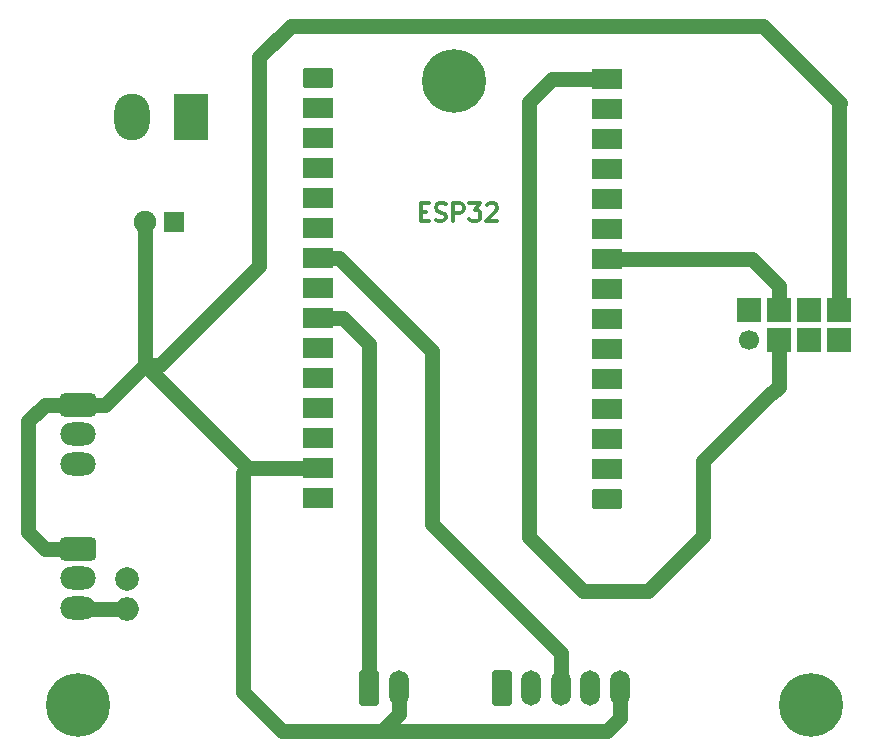
<source format=gbr>
%TF.GenerationSoftware,KiCad,Pcbnew,6.0.11+dfsg-1*%
%TF.CreationDate,2023-03-16T15:35:16-05:00*%
%TF.ProjectId,water_tank_module,77617465-725f-4746-916e-6b5f6d6f6475,rev?*%
%TF.SameCoordinates,Original*%
%TF.FileFunction,Copper,L2,Bot*%
%TF.FilePolarity,Positive*%
%FSLAX46Y46*%
G04 Gerber Fmt 4.6, Leading zero omitted, Abs format (unit mm)*
G04 Created by KiCad (PCBNEW 6.0.11+dfsg-1) date 2023-03-16 15:35:16*
%MOMM*%
%LPD*%
G01*
G04 APERTURE LIST*
G04 Aperture macros list*
%AMRoundRect*
0 Rectangle with rounded corners*
0 $1 Rounding radius*
0 $2 $3 $4 $5 $6 $7 $8 $9 X,Y pos of 4 corners*
0 Add a 4 corners polygon primitive as box body*
4,1,4,$2,$3,$4,$5,$6,$7,$8,$9,$2,$3,0*
0 Add four circle primitives for the rounded corners*
1,1,$1+$1,$2,$3*
1,1,$1+$1,$4,$5*
1,1,$1+$1,$6,$7*
1,1,$1+$1,$8,$9*
0 Add four rect primitives between the rounded corners*
20,1,$1+$1,$2,$3,$4,$5,0*
20,1,$1+$1,$4,$5,$6,$7,0*
20,1,$1+$1,$6,$7,$8,$9,0*
20,1,$1+$1,$8,$9,$2,$3,0*%
G04 Aperture macros list end*
%ADD10C,0.300000*%
%TA.AperFunction,NonConductor*%
%ADD11C,0.300000*%
%TD*%
%TA.AperFunction,ComponentPad*%
%ADD12RoundRect,0.250000X-0.600000X-1.250000X0.600000X-1.250000X0.600000X1.250000X-0.600000X1.250000X0*%
%TD*%
%TA.AperFunction,ComponentPad*%
%ADD13O,1.700000X3.000000*%
%TD*%
%TA.AperFunction,ComponentPad*%
%ADD14C,5.400000*%
%TD*%
%TA.AperFunction,ComponentPad*%
%ADD15RoundRect,0.286765X-1.213235X0.688235X-1.213235X-0.688235X1.213235X-0.688235X1.213235X0.688235X0*%
%TD*%
%TA.AperFunction,ComponentPad*%
%ADD16O,3.000000X1.950000*%
%TD*%
%TA.AperFunction,ComponentPad*%
%ADD17R,2.000000X2.000000*%
%TD*%
%TA.AperFunction,ComponentPad*%
%ADD18C,1.700000*%
%TD*%
%TA.AperFunction,ComponentPad*%
%ADD19R,1.800000X1.800000*%
%TD*%
%TA.AperFunction,ComponentPad*%
%ADD20C,1.900000*%
%TD*%
%TA.AperFunction,ComponentPad*%
%ADD21RoundRect,0.250000X-1.020000X0.620000X-1.020000X-0.620000X1.020000X-0.620000X1.020000X0.620000X0*%
%TD*%
%TA.AperFunction,ComponentPad*%
%ADD22R,2.540000X1.740000*%
%TD*%
%TA.AperFunction,ComponentPad*%
%ADD23R,3.000000X3.960000*%
%TD*%
%TA.AperFunction,ComponentPad*%
%ADD24O,3.000000X3.960000*%
%TD*%
%TA.AperFunction,ComponentPad*%
%ADD25C,2.000000*%
%TD*%
%TA.AperFunction,ComponentPad*%
%ADD26O,2.000000X2.000000*%
%TD*%
%TA.AperFunction,ComponentPad*%
%ADD27RoundRect,0.250000X1.020000X-0.620000X1.020000X0.620000X-1.020000X0.620000X-1.020000X-0.620000X0*%
%TD*%
%TA.AperFunction,Conductor*%
%ADD28C,1.250000*%
%TD*%
G04 APERTURE END LIST*
D10*
D11*
X93915714Y-38627857D02*
X94415714Y-38627857D01*
X94630000Y-39413571D02*
X93915714Y-39413571D01*
X93915714Y-37913571D01*
X94630000Y-37913571D01*
X95201428Y-39342142D02*
X95415714Y-39413571D01*
X95772857Y-39413571D01*
X95915714Y-39342142D01*
X95987142Y-39270714D01*
X96058571Y-39127857D01*
X96058571Y-38985000D01*
X95987142Y-38842142D01*
X95915714Y-38770714D01*
X95772857Y-38699285D01*
X95487142Y-38627857D01*
X95344285Y-38556428D01*
X95272857Y-38485000D01*
X95201428Y-38342142D01*
X95201428Y-38199285D01*
X95272857Y-38056428D01*
X95344285Y-37985000D01*
X95487142Y-37913571D01*
X95844285Y-37913571D01*
X96058571Y-37985000D01*
X96701428Y-39413571D02*
X96701428Y-37913571D01*
X97272857Y-37913571D01*
X97415714Y-37985000D01*
X97487142Y-38056428D01*
X97558571Y-38199285D01*
X97558571Y-38413571D01*
X97487142Y-38556428D01*
X97415714Y-38627857D01*
X97272857Y-38699285D01*
X96701428Y-38699285D01*
X98058571Y-37913571D02*
X98987142Y-37913571D01*
X98487142Y-38485000D01*
X98701428Y-38485000D01*
X98844285Y-38556428D01*
X98915714Y-38627857D01*
X98987142Y-38770714D01*
X98987142Y-39127857D01*
X98915714Y-39270714D01*
X98844285Y-39342142D01*
X98701428Y-39413571D01*
X98272857Y-39413571D01*
X98130000Y-39342142D01*
X98058571Y-39270714D01*
X99558571Y-38056428D02*
X99630000Y-37985000D01*
X99772857Y-37913571D01*
X100130000Y-37913571D01*
X100272857Y-37985000D01*
X100344285Y-38056428D01*
X100415714Y-38199285D01*
X100415714Y-38342142D01*
X100344285Y-38556428D01*
X99487142Y-39413571D01*
X100415714Y-39413571D01*
D12*
%TO.P,J1,1,Pin_1*%
%TO.N,D25*%
X100791000Y-78913000D03*
D13*
%TO.P,J1,2,Pin_2*%
%TO.N,D32*%
X103291000Y-78913000D03*
%TO.P,J1,3,Pin_3*%
%TO.N,D33*%
X105791000Y-78913000D03*
%TO.P,J1,4,Pin_4*%
%TO.N,D34*%
X108291000Y-78913000D03*
%TO.P,J1,5,Pin_5*%
%TO.N,GND5V*%
X110791000Y-78913000D03*
%TD*%
D12*
%TO.P,J2,1,Pin_1*%
%TO.N,D26*%
X89555000Y-78948000D03*
D13*
%TO.P,J2,2,Pin_2*%
%TO.N,GND5V*%
X92055000Y-78948000D03*
%TD*%
D14*
%TO.P,H2,1*%
%TO.N,N/C*%
X64897000Y-80391000D03*
%TD*%
D15*
%TO.P,J_EC1,1,Pin_1*%
%TO.N,GND5V*%
X64888000Y-54949750D03*
D16*
%TO.P,J_EC1,2,Pin_2*%
%TO.N,5v*%
X64888000Y-57449750D03*
%TO.P,J_EC1,3,Pin_3*%
%TO.N,D34*%
X64888000Y-59949750D03*
%TD*%
D17*
%TO.P,U4,1,GND*%
%TO.N,GND5V*%
X129323000Y-46944000D03*
%TO.P,U4,2,VCC*%
%TO.N,5v*%
X129323000Y-49484000D03*
%TO.P,U4,3,CE*%
%TO.N,D4*%
X126783000Y-46944000D03*
%TO.P,U4,4,~{CSN}*%
%TO.N,D5*%
X126783000Y-49484000D03*
%TO.P,U4,5,SCK*%
%TO.N,D18*%
X124243000Y-46944000D03*
%TO.P,U4,6,MOSI*%
%TO.N,D23*%
X124243000Y-49484000D03*
%TO.P,U4,7,MISO*%
%TO.N,D19*%
X121703000Y-46944000D03*
D18*
%TO.P,U4,8,IRQ*%
%TO.N,unconnected-(U4-Pad8)*%
X121703000Y-49484000D03*
%TD*%
D19*
%TO.P,C1,1*%
%TO.N,5v*%
X73071113Y-39486250D03*
D20*
%TO.P,C1,2*%
%TO.N,GND5V*%
X70571113Y-39486250D03*
%TD*%
D15*
%TO.P,J_DS18,1,Pin_1*%
%TO.N,GND5V*%
X64888000Y-67149750D03*
D16*
%TO.P,J_DS18,2,Pin_2*%
%TO.N,5v*%
X64888000Y-69649750D03*
%TO.P,J_DS18,3,Pin_3*%
%TO.N,D35*%
X64888000Y-72149750D03*
%TD*%
D14*
%TO.P,H3,1*%
%TO.N,N/C*%
X96774000Y-27559000D03*
%TD*%
D21*
%TO.P,J_esp0,1,Pin_1*%
%TO.N,EN*%
X85195000Y-27305000D03*
D22*
%TO.P,J_esp0,2,Pin_2*%
%TO.N,VP*%
X85195000Y-29845000D03*
%TO.P,J_esp0,3,Pin_3*%
%TO.N,VN*%
X85195000Y-32385000D03*
%TO.P,J_esp0,4,Pin_4*%
%TO.N,D34*%
X85195000Y-34925000D03*
%TO.P,J_esp0,5,Pin_5*%
%TO.N,D35*%
X85195000Y-37465000D03*
%TO.P,J_esp0,6,Pin_6*%
%TO.N,D32*%
X85195000Y-40005000D03*
%TO.P,J_esp0,7,Pin_7*%
%TO.N,D33*%
X85195000Y-42545000D03*
%TO.P,J_esp0,8,Pin_8*%
%TO.N,D25*%
X85195000Y-45085000D03*
%TO.P,J_esp0,9,Pin_9*%
%TO.N,D26*%
X85195000Y-47625000D03*
%TO.P,J_esp0,10,Pin_10*%
%TO.N,D27*%
X85195000Y-50165000D03*
%TO.P,J_esp0,11,Pin_11*%
%TO.N,D14*%
X85195000Y-52705000D03*
%TO.P,J_esp0,12,Pin_12*%
%TO.N,D12*%
X85195000Y-55245000D03*
%TO.P,J_esp0,13,Pin_13*%
%TO.N,D13*%
X85195000Y-57785000D03*
%TO.P,J_esp0,14,Pin_14*%
%TO.N,GND5V*%
X85195000Y-60325000D03*
%TO.P,J_esp0,15,Pin_15*%
%TO.N,5v*%
X85195000Y-62865000D03*
%TD*%
D23*
%TO.P,5V1,1,Pin_1*%
%TO.N,5v*%
X74453000Y-30590250D03*
D24*
%TO.P,5V1,2,Pin_2*%
%TO.N,GND5V*%
X69453000Y-30590250D03*
%TD*%
D14*
%TO.P,H1,1*%
%TO.N,N/C*%
X127000000Y-80391000D03*
%TD*%
D25*
%TO.P,R11,1*%
%TO.N,5v*%
X69088000Y-69749750D03*
D26*
%TO.P,R11,2*%
%TO.N,D35*%
X69088000Y-72289750D03*
%TD*%
D27*
%TO.P,J_esp1,1,Pin_1*%
%TO.N,3V3*%
X109735500Y-62944000D03*
D22*
%TO.P,J_esp1,2,Pin_2*%
%TO.N,GND2*%
X109735500Y-60404000D03*
%TO.P,J_esp1,3,Pin_3*%
%TO.N,D15*%
X109735500Y-57864000D03*
%TO.P,J_esp1,4,Pin_4*%
%TO.N,D2*%
X109735500Y-55324000D03*
%TO.P,J_esp1,5,Pin_5*%
%TO.N,D4*%
X109735500Y-52784000D03*
%TO.P,J_esp1,6,Pin_6*%
%TO.N,RX2*%
X109735500Y-50244000D03*
%TO.P,J_esp1,7,Pin_7*%
%TO.N,TX2*%
X109735500Y-47704000D03*
%TO.P,J_esp1,8,Pin_8*%
%TO.N,D5*%
X109735500Y-45164000D03*
%TO.P,J_esp1,9,Pin_9*%
%TO.N,D18*%
X109735500Y-42624000D03*
%TO.P,J_esp1,10,Pin_10*%
%TO.N,D19*%
X109735500Y-40084000D03*
%TO.P,J_esp1,11,Pin_11*%
%TO.N,D21*%
X109735500Y-37544000D03*
%TO.P,J_esp1,12,Pin_12*%
%TO.N,RX0*%
X109735500Y-35004000D03*
%TO.P,J_esp1,13,Pin_13*%
%TO.N,TX0*%
X109735500Y-32464000D03*
%TO.P,J_esp1,14,Pin_14*%
%TO.N,D22*%
X109735500Y-29924000D03*
%TO.P,J_esp1,15,Pin_15*%
%TO.N,D23*%
X109735500Y-27384000D03*
%TD*%
D28*
%TO.N,GND5V*%
X110791000Y-78913000D02*
X110791000Y-81487000D01*
X109728000Y-82550000D02*
X90678000Y-82550000D01*
X110791000Y-81487000D02*
X109728000Y-82550000D01*
%TO.N,D26*%
X89555000Y-78948000D02*
X89555000Y-49804000D01*
X89555000Y-49804000D02*
X87376000Y-47625000D01*
X87376000Y-47625000D02*
X85195000Y-47625000D01*
%TO.N,GND5V*%
X90678000Y-82550000D02*
X82169000Y-82550000D01*
X92055000Y-78948000D02*
X92055000Y-81173000D01*
X92055000Y-81173000D02*
X90678000Y-82550000D01*
%TO.N,D33*%
X105791000Y-78913000D02*
X105791000Y-75946000D01*
X105791000Y-75946000D02*
X94869000Y-65024000D01*
X94869000Y-65024000D02*
X94869000Y-50419000D01*
X94869000Y-50419000D02*
X86995000Y-42545000D01*
X86995000Y-42545000D02*
X85195000Y-42545000D01*
%TO.N,GND5V*%
X82169000Y-82550000D02*
X78867000Y-79248000D01*
X78867000Y-79248000D02*
X78867000Y-60777976D01*
X78867000Y-60777976D02*
X79319976Y-60325000D01*
%TO.N,D35*%
X69088000Y-72289750D02*
X65028000Y-72289750D01*
X65028000Y-72289750D02*
X64888000Y-72149750D01*
%TO.N,D18*%
X124243000Y-44868000D02*
X124243000Y-46944000D01*
X109735500Y-42624000D02*
X121999000Y-42624000D01*
X121999000Y-42624000D02*
X124243000Y-44868000D01*
%TO.N,D19*%
X109737500Y-40086000D02*
X109735500Y-40084000D01*
%TO.N,D23*%
X113157000Y-70739000D02*
X117856000Y-66040000D01*
X109735500Y-27384000D02*
X105077000Y-27384000D01*
X103124000Y-66167000D02*
X107696000Y-70739000D01*
X105077000Y-27384000D02*
X103124000Y-29337000D01*
X123571000Y-53975000D02*
X123698000Y-53975000D01*
X103124000Y-29337000D02*
X103124000Y-66167000D01*
X123698000Y-53975000D02*
X124243000Y-53430000D01*
X124243000Y-53430000D02*
X124243000Y-49484000D01*
X117856000Y-59690000D02*
X123571000Y-53975000D01*
X117856000Y-66040000D02*
X117856000Y-59690000D01*
X107696000Y-70739000D02*
X113157000Y-70739000D01*
%TO.N,GND5V*%
X79319976Y-60325000D02*
X70571113Y-51576137D01*
X64888000Y-67149750D02*
X62236500Y-67149750D01*
X67197500Y-54949750D02*
X64888000Y-54949750D01*
X60690000Y-65770000D02*
X62103000Y-67183000D01*
X62117500Y-54949750D02*
X60690000Y-56377250D01*
X70571113Y-51576137D02*
X67197500Y-54949750D01*
X80264000Y-43180000D02*
X80264000Y-25527000D01*
X62699500Y-67149750D02*
X64888000Y-67149750D01*
X122936000Y-22860000D02*
X129450000Y-29374000D01*
X85195000Y-60325000D02*
X79319976Y-60325000D01*
X60690000Y-56377250D02*
X60690000Y-65770000D01*
X70571113Y-39486250D02*
X70571113Y-51576137D01*
X129323000Y-29501000D02*
X129450000Y-29374000D01*
X64888000Y-54949750D02*
X62117500Y-54949750D01*
X70571113Y-51576137D02*
X71867863Y-51576137D01*
X82931000Y-22860000D02*
X122936000Y-22860000D01*
X129323000Y-46944000D02*
X129323000Y-29501000D01*
X80264000Y-25527000D02*
X82931000Y-22860000D01*
X71867863Y-51576137D02*
X80264000Y-43180000D01*
%TD*%
M02*

</source>
